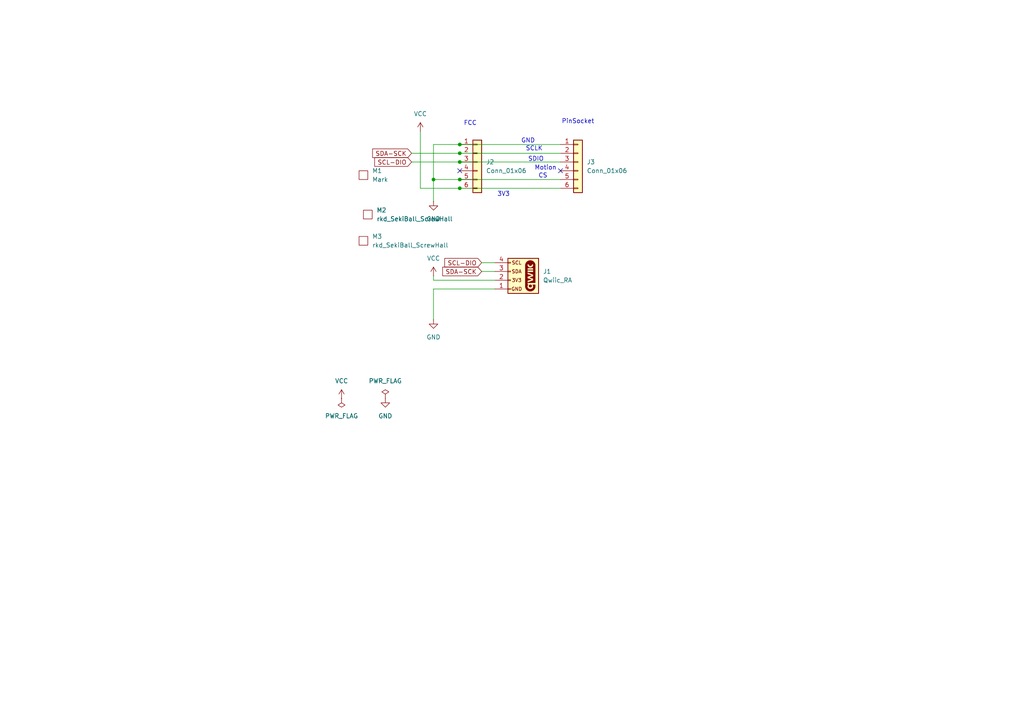
<source format=kicad_sch>
(kicad_sch (version 20231120) (generator "eeschema") (generator_version "8.0")
  (paper "A4")
  (lib_symbols
    (symbol "BrownSugar_KBD:Mark" (pin_numbers hide) (pin_names (offset 0) hide)
      (property "Reference" "M" (at 0 3.81 0))
      (property "Value" "Mark" (at 0 2.54 0))
      (symbol "Mark_0_1"
        (rectangle (start -1.27 1.27) (end 1.27 -1.27))
      )
    )
    (symbol "Connector_Generic:Conn_01x06" (pin_names (offset 1.016) hide)
      (property "Reference" "J" (at 0 7.62 0))
      (property "Value" "Conn_01x06" (at 0 -10.16 0))
      (symbol "Conn_01x06_1_1"
        (rectangle (start -1.27 -7.493) (end 0 -7.747) (stroke (width 0.1524)))
        (rectangle (start -1.27 -4.953) (end 0 -5.207) (stroke (width 0.1524)))
        (rectangle (start -1.27 -2.413) (end 0 -2.667) (stroke (width 0.1524)))
        (rectangle (start -1.27 0.127) (end 0 -0.127) (stroke (width 0.1524)))
        (rectangle (start -1.27 2.667) (end 0 2.413) (stroke (width 0.1524)))
        (rectangle (start -1.27 5.207) (end 0 4.953) (stroke (width 0.1524)))
        (rectangle (start -1.27 6.35) (end 1.27 -8.89) (stroke (width 0.254)) (fill (type background)))
        (pin passive line (at -5.08 5.08 0) (length 3.81) (name "Pin_1") (number "1"))
        (pin passive line (at -5.08 2.54 0) (length 3.81) (name "Pin_2") (number "2"))
        (pin passive line (at -5.08 0 0) (length 3.81) (name "Pin_3") (number "3"))
        (pin passive line (at -5.08 -2.54 0) (length 3.81) (name "Pin_4") (number "4"))
        (pin passive line (at -5.08 -5.08 0) (length 3.81) (name "Pin_5") (number "5"))
        (pin passive line (at -5.08 -7.62 0) (length 3.81) (name "Pin_6") (number "6"))
      )
    )
    (symbol "SparkFun-Connector:Qwiic_Right_Angle" (pin_names (offset 1.016) hide)
      (property "Reference" "J" (at 0 5.08 0))
      (property "Value" "Qwiic_RA" (at 0 -7.62 0))
      (symbol "Qwiic_Right_Angle_0_0"
        (polyline (pts (xy 5.6514 -4.1459) (xy 5.6299 -4.0654) (xy 5.5924 -3.9985) (xy 5.5373 -3.9428) (xy 5.4632 -3.8962) (xy 5.4394 -3.8843) (xy 5.402 -3.8678) (xy 5.3681 -3.8578) (xy 5.3294 -3.8521) (xy 5.2774 -3.8485) (xy 5.2184 -3.8474) (xy 5.1227 -3.8564) (xy 5.0405 -3.8803) (xy 4.9695 -3.9199) (xy 4.9078 -3.9759) (xy 4.8937 -3.9923) (xy 4.8535 -4.0549) (xy 4.8308 -4.124) (xy 4.8237 -4.2048) (xy 4.8239 -4.222) (xy 4.8343 -4.3011) (xy 4.8608 -4.3692) (xy 4.9051 -4.4308) (xy 4.9328 -4.4589) (xy 5.0009 -4.509) (xy 5.0793 -4.5424) (xy 5.1699 -4.5595) (xy 5.2745 -4.5612) (xy 5.3262 -4.5564) (xy 5.4199 -4.5347) (xy 5.4992 -4.4971) (xy 5.5638 -4.444) (xy 5.6131 -4.3757) (xy 5.6467 -4.2926) (xy 5.65 -4.2788) (xy 5.656 -4.2325) (xy 5.6563 -4.1875) (xy 5.6514 -4.1459)) (stroke (width 0.01)) (fill (type outline)))
        (polyline (pts (xy 6.6693 -0.6791) (xy 6.666 1.9332) (xy 6.6418 2.0386) (xy 6.6301 2.0866) (xy 6.5791 2.2527) (xy 6.5141 2.404) (xy 6.4337 2.5432) (xy 6.3364 2.673) (xy 6.2208 2.7959) (xy 6.1699 2.8428) (xy 6.0305 2.9527) (xy 5.8839 3.0422) (xy 5.7295 3.1115) (xy 5.5668 3.1608) (xy 5.3953 3.1902) (xy 5.2146 3.1999) (xy 5.1695 3.1994) (xy 5.0056 3.1868) (xy 4.8507 3.1568) (xy 4.7006 3.1083) (xy 4.5508 3.0404) (xy 4.5104 3.0187) (xy 4.3609 2.9237) (xy 4.2262 2.8129) (xy 4.1067 2.6872) (xy 4.0032 2.5475) (xy 3.9162 2.3947) (xy 3.8466 2.2295) (xy 3.7947 2.0528) (xy 3.7931 2.0453) (xy 3.7912 2.0356) (xy 3.7895 2.0242) (xy 3.7879 2.0106) (xy 3.7864 1.9938) (xy 3.785 1.9733) (xy 3.7837 1.9481) (xy 3.7825 1.9176) (xy 3.7815 1.8811) (xy 3.7805 1.8377) (xy 3.7796 1.7868) (xy 3.7789 1.7275) (xy 3.7781 1.6592) (xy 3.7775 1.5811) (xy 3.777 1.4925) (xy 3.7765 1.3925) (xy 3.7761 1.2805) (xy 3.7757 1.1557) (xy 3.7754 1.0174) (xy 3.7751 0.8648) (xy 3.7749 0.6972) (xy 3.7748 0.5138) (xy 3.7746 0.3139) (xy 3.7745 0.0967) (xy 3.7745 -0.1385) (xy 3.7744 -0.3925) (xy 3.7744 -0.666) (xy 3.7744 -0.9597) (xy 3.7744 -1.2744) (xy 3.7744 -4.5147) (xy 3.8041 -4.6318) (xy 3.8237 -4.7026) (xy 3.8837 -4.868) (xy 3.9606 -5.0206) (xy 4.0556 -5.1623) (xy 4.1695 -5.2947) (xy 4.2945 -5.4115) (xy 4.4355 -5.5159) (xy 4.5859 -5.6007) (xy 4.7459 -5.6661) (xy 4.916 -5.7122) (xy 5.0965 -5.7394) (xy 5.2571 -5.7442) (xy 5.4226 -5.7293) (xy 5.5891 -5.6949) (xy 5.7533 -5.6416) (xy 5.8236 -5.6121) (xy 5.9729 -5.5329) (xy 6.1112 -5.4365) (xy 6.237 -5.3244) (xy 6.3494 -5.1984) (xy 6.4469 -5.0601) (xy 6.5284 -4.9112) (xy 6.5926 -4.7532) (xy 6.6384 -4.5879) (xy 6.6645 -4.4168) (xy 6.6652 -4.405) (xy 6.6664 -4.3703) (xy 6.6676 -4.3199) (xy 6.6687 -4.2572) (xy 6.6696 -4.1859) (xy 6.6703 -4.1097) (xy 6.6721 -3.846) (xy 6.2655 -3.846) (xy 5.8589 -3.846) (xy 5.9219 -3.9104) (xy 5.9349 -3.9241) (xy 6.0001 -4.0112) (xy 6.0471 -4.1097) (xy 6.0754 -4.2189) (xy 6.085 -4.338) (xy 6.0781 -4.4509) (xy 6.0523 -4.5755) (xy 6.0066 -4.6941) (xy 5.952 -4.7864) (xy 5.8765 -4.8752) (xy 5.7858 -4.9517) (xy 5.6826 -5.0132) (xy 5.6313 -5.0372) (xy 5.5644 -5.0638) (xy 5.4981 -5.0834) (xy 5.4249 -5.0981) (xy 5.3375 -5.1098) (xy 5.2452 -5.1158) (xy 5.122 -5.1113) (xy 5.0004 -5.0938) (xy 4.8864 -5.0641) (xy 4.7856 -5.0232) (xy 4.6831 -4.9619) (xy 4.5878 -4.8817) (xy 4.5089 -4.7878) (xy 4.4472 -4.6811) (xy 4.4036 -4.5627) (xy 4.4031 -4.5611) (xy 4.3912 -4.4987) (xy 4.3845 -4.4244) (xy 4.3831 -4.3446) (xy 4.3869 -4.2661) (xy 4.3957 -4.1956) (xy 4.4094 -4.1396) (xy 4.4322 -4.082) (xy 4.485 -3.9879) (xy 4.5552 -3.9031) (xy 4.6109 -3.846) (xy 4.5052 -3.846) (xy 4.3996 -3.846) (xy 4.3996 -3.5687) (xy 4.3996 -3.2914) (xy 4.405 -3.2914) (xy 4.405 -3.2023) (xy 4.4021 -2.9296) (xy 4.4018 -2.8964) (xy 4.4015 -2.8076) (xy 4.4023 -2.7393) (xy 4.4041 -2.6908) (xy 4.407 -2.6611) (xy 4.4111 -2.6495) (xy 4.4137 -2.6484) (xy 4.434 -2.6418) (xy 4.4723 -2.6298) (xy 4.5268 -2.6132) (xy 4.5954 -2.5924) (xy 4.6761 -2.5683) (xy 4.767 -2.5412) (xy 4.866 -2.5118) (xy 4.9713 -2.4808) (xy 5.0173 -2.4672) (xy 5.119 -2.4369) (xy 5.2131 -2.4086) (xy 5.2977 -2.3828) (xy 5.3709 -2.3601) (xy 5.4307 -2.3411) (xy 5.4753 -2.3264) (xy 5.5029 -2.3166) (xy 5.5114 -2.3123) (xy 5.505 -2.3098) (xy 5.4796 -2.3016) (xy 5.4371 -2.2885) (xy 5.3794 -2.2711) (xy 5.3088 -2.2502) (xy 5.2275 -2.2264) (xy 5.1375 -2.2002) (xy 5.0411 -2.1724) (xy 4.9851 -2.1562) (xy 4.8864 -2.1278) (xy 4.7926 -2.1007) (xy 4.7062 -2.0757) (xy 4.63 -2.0536) (xy 4.5666 -2.0351) (xy 4.5187 -2.0211) (xy 4.4891 -2.0123) (xy 4.3992 -1.9852) (xy 4.4021 -1.7229) (xy 4.405 -1.4606) (xy 4.5844 -1.4084) (xy 4.6163 -1.3992) (xy 4.7739 -1.3533) (xy 4.9121 -1.3131) (xy 5.0321 -1.278) (xy 5.1352 -1.2478) (xy 5.2224 -1.2221) (xy 5.2951 -1.2004) (xy 5.3545 -1.1824) (xy 5.4018 -1.1676) (xy 5.4382 -1.1558) (xy 5.465 -1.1465) (xy 5.4834 -1.1392) (xy 5.4945 -1.1338) (xy 5.4997 -1.1296) (xy 5.5001 -1.1264) (xy 5.497 -1.1238) (xy 5.4915 -1.1214) (xy 5.4896 -1.1207) (xy 5.4687 -1.114) (xy 5.4296 -1.1019) (xy 5.3743 -1.0851) (xy 5.3049 -1.0643) (xy 5.2237 -1.04) (xy 5.1326 -1.013) (xy 5.0339 -0.9838) (xy 4.9297 -0.9531) (xy 4.3996 -0.7973) (xy 4.3996 -0.533) (xy 4.3997 -0.479) (xy 4.4004 -0.4111) (xy 4.4015 -0.3532) (xy 4.4029 -0.3082) (xy 4.4047 -0.279) (xy 4.4066 -0.2687) (xy 4.409 -0.2694) (xy 4.4284 -0.2761) (xy 4.4661 -0.2895) (xy 4.5204 -0.309) (xy 4.5899 -0.3341) (xy 4.6729 -0.3642) (xy 4.7681 -0.3988) (xy 4.8737 -0.4372) (xy 4.9883 -0.479) (xy 5.1104 -0.5236) (xy 5.2384 -0.5703) (xy 6.0632 -0.872) (xy 6.0632 -0.1926) (xy 5.2314 -0.1926) (xy 4.3996 -0.1926) (xy 4.3996 0.0793) (xy 4.3996 0.3511) (xy 5.2314 0.3511) (xy 6.0632 0.3511) (xy 6.0632 0.4598) (xy 5.2314 0.4598) (xy 4.3996 0.4598) (xy 4.3996 0.7317) (xy 4.3996 1.0035) (xy 5.2314 1.0035) (xy 5.2368 1.0035) (xy 5.2368 1.1177) (xy 5.1465 1.1192) (xy 5.0667 1.1248) (xy 4.9975 1.1357) (xy 4.9332 1.1532) (xy 4.8683 1.1784) (xy 4.7971 1.2126) (xy 4.7662 1.2298) (xy 4.6808 1.2903) (xy 4.6008 1.3651) (xy 4.5314 1.4489) (xy 4.4781 1.5363) (xy 4.4686 1.5557) (xy 4.4306 1.6462) (xy 4.4052 1.7353) (xy 4.3905 1.8304) (xy 4.385 1.9386) (xy 4.3833 2.0745) (xy 4.6089 2.0775) (xy 4.8345 2.0804) (xy 4.8348 1.9959) (xy 4.8368 1.9483) (xy 4.8488 1.8858) (xy 4.8738 1.8316) (xy 4.9144 1.7788) (xy 4.9734 1.7289) (xy 5.0458 1.6921) (xy 5.1277 1.6689) (xy 5.215 1.6593) (xy 5.3038 1.6635) (xy 5.3902 1.6815) (xy 5.4702 1.7136) (xy 5.54 1.7597) (xy 5.5733 1.7923) (xy 5.6073 1.844) (xy 5.628 1.9066) (xy 5.6372 1.9843) (xy 5.6418 2.0804) (xy 5.8607 2.0775) (xy 6.0795 2.0745) (xy 6.0811 1.9712) (xy 6.0811 1.9207) (xy 6.0739 1.8134) (xy 6.0554 1.7157) (xy 6.024 1.6204) (xy 5.9781 1.5204) (xy 5.9341 1.4457) (xy 5.8571 1.3499) (xy 5.7651 1.2695) (xy 5.6591 1.2056) (xy 5.6251 1.1892) (xy 5.5646 1.1627) (xy 5.5097 1.1435) (xy 5.4549 1.1305) (xy 5.3948 1.1226) (xy 5.3239 1.1188) (xy 5.2368 1.1177) (xy 5.2368 1.0035) (xy 6.0632 1.0035) (xy 6.0632 0.7317) (xy 6.0632 0.4598) (xy 6.0632 0.3511) (xy 6.0632 0.0793) (xy 6.0632 -0.1926) (xy 6.0632 -0.872) (xy 6.0632 -1.1439) (xy 6.0632 -1.4158) (xy 5.552 -1.5728) (xy 5.5357 -1.5778) (xy 5.4361 -1.6086) (xy 5.3436 -1.6376) (xy 5.2603 -1.6641) (xy 5.1881 -1.6874) (xy 5.129 -1.707) (xy 5.0848 -1.7222) (xy 5.0575 -1.7324) (xy 5.0491 -1.7369) (xy 5.0493 -1.737) (xy 5.0624 -1.742) (xy 5.094 -1.7527) (xy 5.1423 -1.7684) (xy 5.2051 -1.7886) (xy 5.2803 -1.8124) (xy 5.3659 -1.8394) (xy 5.46 -1.8688) (xy 5.5603 -1.9) (xy 6.0632 -2.0559) (xy 6.063 -2.3284) (xy 6.0628 -2.601) (xy 5.2339 -2.9017) (xy 4.405 -3.2023) (xy 4.405 -3.2914) (xy 5.5361 -3.2914) (xy 6.6725 -3.2914) (xy 6.6693 -0.6791)) (stroke (width 0.01)) (fill (type outline)))
      )
      (symbol "Qwiic_Right_Angle_1_1"
        (rectangle (start -1.27 -4.953) (end -0.508 -5.207) (stroke (width 0.1524)))
        (rectangle (start -1.27 -2.413) (end -0.508 -2.667) (stroke (width 0.1524)))
        (rectangle (start -1.27 0.127) (end -0.508 -0.127) (stroke (width 0.1524)))
        (rectangle (start -1.27 2.667) (end -0.508 2.413) (stroke (width 0.1524)))
        (rectangle (start -1.27 3.81) (end 7.62 -6.35) (stroke (width 0.254)) (fill (type background)))
        (text "3V3" (at 1.27 -2.54 0) (effects (font (size 1 1))))
        (text "GND" (at 1.27 -5.08 0) (effects (font (size 1 1))))
        (text "SCL" (at 1.27 2.54 0) (effects (font (size 1 1))))
        (text "SDA" (at 1.27 0 0) (effects (font (size 1 1))))
        (pin passive line (at -5.08 -5.08 0) (length 3.81) (name "Pin_1") (number "1"))
        (pin passive line (at -5.08 -2.54 0) (length 3.81) (name "Pin_2") (number "2"))
        (pin passive line (at -5.08 0 0) (length 3.81) (name "Pin_3") (number "3"))
        (pin passive line (at -5.08 2.54 0) (length 3.81) (name "Pin_4") (number "4"))
        (pin no_connect line (at 5.08 3.81 270) (length 2.54) hide (name "NC") (number "NC1"))
        (pin no_connect line (at 6.35 3.81 270) (length 2.54) hide (name "NC") (number "NC2"))
      )
    )
    (symbol "power:GND" (power) (pin_numbers hide) (pin_names (offset 0) hide)
      (property "Value" "GND" (at 0 -3.81 0))
      (symbol "GND_0_1"
        (polyline (pts (xy 0 0) (xy 0 -1.27) (xy 1.27 -1.27) (xy 0 -2.54) (xy -1.27 -1.27) (xy 0 -1.27)))
      )
      (symbol "GND_1_1"
        (pin power_in line (at 0 0 270) (length 0) (name "~") (number "1"))
      )
    )
    (symbol "power:PWR_FLAG" (power) (pin_numbers hide) (pin_names (offset 0) hide)
      (property "Value" "PWR_FLAG" (at 0 3.81 0))
      (symbol "PWR_FLAG_0_0"
        (pin power_out line (at 0 0 90) (length 0) (name "~") (number "1"))
      )
      (symbol "PWR_FLAG_0_1"
        (polyline (pts (xy 0 0) (xy 0 1.27) (xy -1.016 1.905) (xy 0 2.54) (xy 1.016 1.905) (xy 0 1.27)))
      )
    )
    (symbol "power:VCC" (power) (pin_numbers hide) (pin_names (offset 0) hide)
      (property "Value" "VCC" (at 0 3.556 0))
      (symbol "VCC_0_1"
        (polyline (pts (xy -0.762 1.27) (xy 0 2.54)))
        (polyline (pts (xy 0 0) (xy 0 2.54)))
        (polyline (pts (xy 0 2.54) (xy 0.762 1.27)))
      )
      (symbol "VCC_1_1"
        (pin power_in line (at 0 0 90) (length 0) (name "~") (number "1"))
      )
    )
  )
  (junction (at 133.35 41.91))
  (junction (at 133.35 52.07))
  (junction (at 125.73 52.07))
  (junction (at 133.35 54.61))
  (junction (at 133.35 46.99))
  (junction (at 133.35 44.45))
  (no_connect (at 133.35 49.53))
  (no_connect (at 162.56 49.53))
  (wire (pts (xy 125.73 80.01) (xy 125.73 81.28)))
  (wire (pts (xy 125.73 58.42) (xy 125.73 52.07)))
  (wire (pts (xy 125.73 81.28) (xy 143.51 81.28)))
  (wire (pts (xy 125.73 41.91) (xy 133.35 41.91)))
  (wire (pts (xy 133.35 54.61) (xy 121.92 54.61)))
  (wire (pts (xy 125.73 52.07) (xy 133.35 52.07)))
  (wire (pts (xy 119.38 46.99) (xy 133.35 46.99)))
  (wire (pts (xy 125.73 83.82) (xy 143.51 83.82)))
  (wire (pts (xy 133.35 46.99) (xy 162.56 46.99)))
  (wire (pts (xy 125.73 52.07) (xy 125.73 41.91)))
  (wire (pts (xy 133.35 41.91) (xy 162.56 41.91)))
  (wire (pts (xy 119.38 44.45) (xy 133.35 44.45)))
  (wire (pts (xy 139.7 76.2) (xy 143.51 76.2)))
  (wire (pts (xy 133.35 54.61) (xy 162.56 54.61)))
  (wire (pts (xy 133.35 52.07) (xy 162.56 52.07)))
  (wire (pts (xy 121.92 54.61) (xy 121.92 38.1)))
  (wire (pts (xy 125.73 83.82) (xy 125.73 92.71)))
  (wire (pts (xy 133.35 44.45) (xy 162.56 44.45)))
  (wire (pts (xy 139.7 78.74) (xy 143.51 78.74)))
  (text "CS\n" (at 157.48 51.054 0) (effects (font (size 1.27 1.27))))
  (text "3V3" (at 146.05 56.388 0) (effects (font (size 1.27 1.27))))
  (text "FCC" (at 136.398 35.814 0) (effects (font (size 1.27 1.27))))
  (text "PinSocket" (at 167.64 35.306 0) (effects (font (size 1.27 1.27))))
  (text "SDIO" (at 155.448 46.228 0) (effects (font (size 1.27 1.27))))
  (text "SCLK" (at 154.94 43.18 0) (effects (font (size 1.27 1.27))))
  (text "GND" (at 153.162 40.894 0) (effects (font (size 1.27 1.27))))
  (text "Motion\n" (at 158.242 48.768 0) (effects (font (size 1.27 1.27))))
  (global_label "SCL-DIO" (shape input) (at 119.38 46.99 180) (property "Intersheetrefs" "${INTERSHEET_REFS}" (effects (hide yes))))
  (global_label "SCL-DIO" (shape input) (at 139.7 76.2 180) (property "Intersheetrefs" "${INTERSHEET_REFS}" (effects (hide yes))))
  (global_label "SDA-SCK" (shape input) (at 119.38 44.45 180) (property "Intersheetrefs" "${INTERSHEET_REFS}" (effects (hide yes))))
  (global_label "SDA-SCK" (shape input) (at 139.7 78.74 180) (property "Intersheetrefs" "${INTERSHEET_REFS}" (effects (hide yes))))
  (symbol (lib_id "BrownSugar_KBD:Mark") (at 105.41 69.85 0) (unit 1)
    (property "Reference" "M3" (at 107.95 68.5799 0) (effects (justify left)))
    (property "Value" "rkd_SekiBall_ScrewHall" (at 107.95 71.1199 0) (effects (justify left)))
    (property "Footprint" "Rikkodo_FootPrint:rkd_SekiBall_ScrewHall" (effects (hide yes)))
  )
  (symbol (lib_id "power:GND") (at 125.73 92.71 0) (unit 1)
    (property "Reference" "#PWR04" (effects (hide yes)))
    (property "Value" "GND" (at 125.73 97.79 0))
    (property "Description" "Power symbol creates a global label with name \"GND\" , ground" (effects (hide yes)))
  )
  (symbol (lib_id "power:VCC") (at 99.06 115.57 0) (unit 1)
    (property "Reference" "#PWR05" (effects (hide yes)))
    (property "Value" "VCC" (at 99.06 110.49 0))
    (property "Description" "Power symbol creates a global label with name \"VCC\"" (effects (hide yes)))
  )
  (symbol (lib_id "BrownSugar_KBD:Mark") (at 106.68 62.23 0) (unit 1)
    (property "Reference" "M2" (at 109.22 60.9599 0) (effects (justify left)))
    (property "Value" "rkd_SekiBall_ScrewHall" (at 109.22 63.4999 0) (effects (justify left)))
    (property "Footprint" "Rikkodo_FootPrint:rkd_SekiBall_ScrewHall" (effects (hide yes)))
  )
  (symbol (lib_id "power:PWR_FLAG") (at 99.06 115.57 180) (unit 1)
    (property "Reference" "#FLG01" (effects (hide yes)))
    (property "Value" "PWR_FLAG" (at 99.06 120.65 0))
    (property "Description" "Special symbol for telling ERC where power comes from" (effects (hide yes)))
  )
  (symbol (lib_id "SparkFun-Connector:Qwiic_Right_Angle") (at 148.59 78.74 0) (unit 1)
    (property "Reference" "J1" (at 157.48 78.7399 0) (effects (justify left)))
    (property "Value" "Qwiic_RA" (at 157.48 81.2799 0) (effects (justify left)))
    (property "Footprint" "SparkFun-Connector:JST_SMD_1.0mm-4_Black" (effects (hide yes)))
    (property "Datasheet" "https://www.jst-mfg.com/product/pdf/eng/eSH.pdf" (effects (hide yes)))
    (property "Description" "4 pin JST 1mm polarized connector for I2C" (effects (hide yes)))
    (property "PROD_ID" "CONN-13694" (effects (hide yes)))
  )
  (symbol (lib_id "Connector_Generic:Conn_01x06") (at 138.43 46.99 0) (unit 1)
    (property "Reference" "J2" (at 140.97 46.9899 0) (effects (justify left)))
    (property "Value" "Conn_01x06" (at 140.97 49.5299 0) (effects (justify left)))
    (property "Footprint" "Connector_FFC-FPC:Hirose_FH12-6S-0.5SH_1x06-1MP_P0.50mm_Horizontal" (effects (hide yes)))
    (property "Description" "Generic connector, single row, 01x06, script generated (kicad-library-utils/schlib/autogen/connector/)" (effects (hide yes)))
  )
  (symbol (lib_id "power:VCC") (at 125.73 80.01 0) (unit 1)
    (property "Reference" "#PWR03" (effects (hide yes)))
    (property "Value" "VCC" (at 125.73 74.93 0))
    (property "Description" "Power symbol creates a global label with name \"VCC\"" (effects (hide yes)))
  )
  (symbol (lib_id "Connector_Generic:Conn_01x06") (at 167.64 46.99 0) (unit 1)
    (property "Reference" "J3" (at 170.18 46.9899 0) (effects (justify left)))
    (property "Value" "Conn_01x06" (at 170.18 49.5299 0) (effects (justify left)))
    (property "Footprint" "Connector_PinHeader_2.54mm:PinHeader_1x06_P2.54mm_Vertical" (effects (hide yes)))
    (property "Description" "Generic connector, single row, 01x06, script generated (kicad-library-utils/schlib/autogen/connector/)" (effects (hide yes)))
  )
  (symbol (lib_id "power:GND") (at 125.73 58.42 0) (unit 1)
    (property "Reference" "#PWR2" (effects (hide yes)))
    (property "Value" "GND" (at 125.73 63.5 0))
    (property "Description" "Power symbol creates a global label with name \"GND\" , ground" (effects (hide yes)))
  )
  (symbol (lib_id "BrownSugar_KBD:Mark") (at 105.41 50.8 0) (unit 1)
    (property "Reference" "M1" (at 107.95 49.5299 0) (effects (justify left)))
    (property "Value" "Mark" (at 107.95 52.0699 0) (effects (justify left)))
    (property "Footprint" "Rikkodo_FootPrint:rkd_Point_Cut" (effects (hide yes)))
  )
  (symbol (lib_id "power:GND") (at 111.76 115.57 0) (unit 1)
    (property "Reference" "#PWR06" (effects (hide yes)))
    (property "Value" "GND" (at 111.76 120.65 0))
    (property "Description" "Power symbol creates a global label with name \"GND\" , ground" (effects (hide yes)))
  )
  (symbol (lib_id "power:PWR_FLAG") (at 111.76 115.57 0) (unit 1)
    (property "Reference" "#FLG02" (effects (hide yes)))
    (property "Value" "PWR_FLAG" (at 111.76 110.49 0))
    (property "Description" "Special symbol for telling ERC where power comes from" (effects (hide yes)))
  )
  (symbol (lib_id "power:VCC") (at 121.92 38.1 0) (unit 1)
    (property "Reference" "#PWR1" (effects (hide yes)))
    (property "Value" "VCC" (at 121.92 33.02 0))
    (property "Description" "Power symbol creates a global label with name \"VCC\"" (effects (hide yes)))
  )
)
</source>
